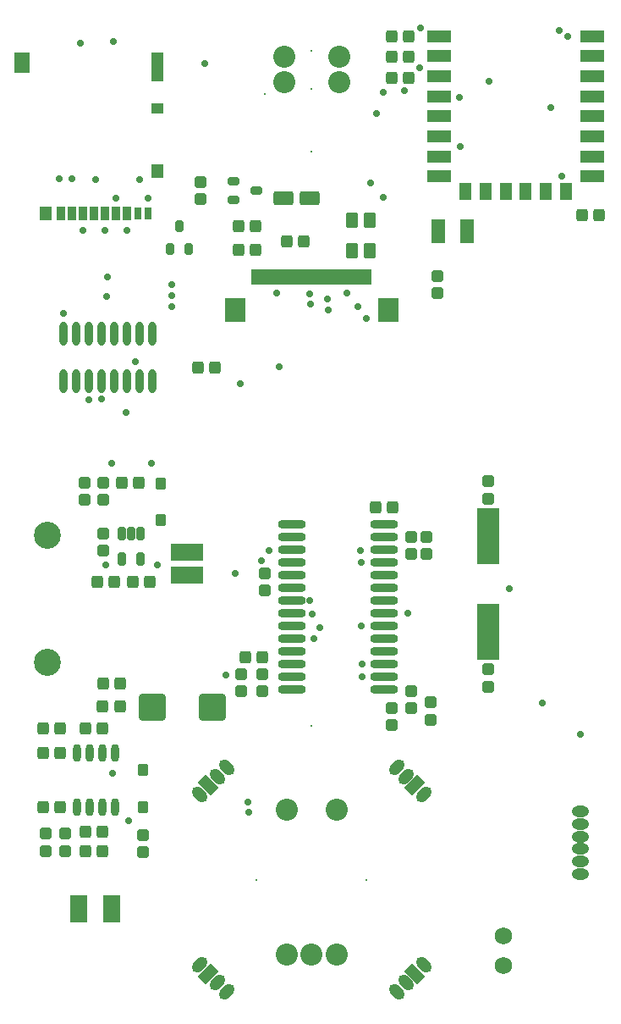
<source format=gts>
G04 Layer_Color=8388736*
%FSLAX44Y44*%
%MOMM*%
G71*
G01*
G75*
G04:AMPARAMS|DCode=54|XSize=1.2032mm|YSize=1.1032mm|CornerRadius=0.2141mm|HoleSize=0mm|Usage=FLASHONLY|Rotation=270.000|XOffset=0mm|YOffset=0mm|HoleType=Round|Shape=RoundedRectangle|*
%AMROUNDEDRECTD54*
21,1,1.2032,0.6750,0,0,270.0*
21,1,0.7750,1.1032,0,0,270.0*
1,1,0.4282,-0.3375,-0.3875*
1,1,0.4282,-0.3375,0.3875*
1,1,0.4282,0.3375,0.3875*
1,1,0.4282,0.3375,-0.3875*
%
%ADD54ROUNDEDRECTD54*%
%ADD55R,0.9032X1.4032*%
%ADD56R,0.8000X1.3000*%
%ADD57R,1.2032X1.4032*%
%ADD58R,1.2032X1.0032*%
%ADD59R,1.2032X3.0032*%
%ADD60R,1.5032X2.1032*%
%ADD61R,1.3462X2.4892*%
%ADD62R,0.5032X1.5032*%
%ADD63R,2.0032X2.4032*%
%ADD64R,3.2532X1.7232*%
G04:AMPARAMS|DCode=65|XSize=2.6532mm|YSize=2.7532mm|CornerRadius=0.3466mm|HoleSize=0mm|Usage=FLASHONLY|Rotation=90.000|XOffset=0mm|YOffset=0mm|HoleType=Round|Shape=RoundedRectangle|*
%AMROUNDEDRECTD65*
21,1,2.6532,2.0600,0,0,90.0*
21,1,1.9600,2.7532,0,0,90.0*
1,1,0.6932,1.0300,0.9800*
1,1,0.6932,1.0300,-0.9800*
1,1,0.6932,-1.0300,-0.9800*
1,1,0.6932,-1.0300,0.9800*
%
%ADD65ROUNDEDRECTD65*%
G04:AMPARAMS|DCode=66|XSize=2.0032mm|YSize=1.4032mm|CornerRadius=0.2516mm|HoleSize=0mm|Usage=FLASHONLY|Rotation=180.000|XOffset=0mm|YOffset=0mm|HoleType=Round|Shape=RoundedRectangle|*
%AMROUNDEDRECTD66*
21,1,2.0032,0.9000,0,0,180.0*
21,1,1.5000,1.4032,0,0,180.0*
1,1,0.5032,-0.7500,0.4500*
1,1,0.5032,0.7500,0.4500*
1,1,0.5032,0.7500,-0.4500*
1,1,0.5032,-0.7500,-0.4500*
%
%ADD66ROUNDEDRECTD66*%
%ADD67R,1.7532X2.8032*%
G04:AMPARAMS|DCode=68|XSize=1.6032mm|YSize=1.2032mm|CornerRadius=0.2266mm|HoleSize=0mm|Usage=FLASHONLY|Rotation=270.000|XOffset=0mm|YOffset=0mm|HoleType=Round|Shape=RoundedRectangle|*
%AMROUNDEDRECTD68*
21,1,1.6032,0.7500,0,0,270.0*
21,1,1.1500,1.2032,0,0,270.0*
1,1,0.4532,-0.3750,-0.5750*
1,1,0.4532,-0.3750,0.5750*
1,1,0.4532,0.3750,0.5750*
1,1,0.4532,0.3750,-0.5750*
%
%ADD68ROUNDEDRECTD68*%
G04:AMPARAMS|DCode=69|XSize=1.2032mm|YSize=1.1032mm|CornerRadius=0.2141mm|HoleSize=0mm|Usage=FLASHONLY|Rotation=0.000|XOffset=0mm|YOffset=0mm|HoleType=Round|Shape=RoundedRectangle|*
%AMROUNDEDRECTD69*
21,1,1.2032,0.6750,0,0,0.0*
21,1,0.7750,1.1032,0,0,0.0*
1,1,0.4282,0.3875,-0.3375*
1,1,0.4282,-0.3875,-0.3375*
1,1,0.4282,-0.3875,0.3375*
1,1,0.4282,0.3875,0.3375*
%
%ADD69ROUNDEDRECTD69*%
%ADD70R,1.2032X1.7032*%
%ADD71R,2.4532X1.2032*%
G04:AMPARAMS|DCode=72|XSize=0.8032mm|YSize=1.3032mm|CornerRadius=0.1766mm|HoleSize=0mm|Usage=FLASHONLY|Rotation=180.000|XOffset=0mm|YOffset=0mm|HoleType=Round|Shape=RoundedRectangle|*
%AMROUNDEDRECTD72*
21,1,0.8032,0.9500,0,0,180.0*
21,1,0.4500,1.3032,0,0,180.0*
1,1,0.3532,-0.2250,0.4750*
1,1,0.3532,0.2250,0.4750*
1,1,0.3532,0.2250,-0.4750*
1,1,0.3532,-0.2250,-0.4750*
%
%ADD72ROUNDEDRECTD72*%
G04:AMPARAMS|DCode=73|XSize=0.8032mm|YSize=1.2032mm|CornerRadius=0.1766mm|HoleSize=0mm|Usage=FLASHONLY|Rotation=270.000|XOffset=0mm|YOffset=0mm|HoleType=Round|Shape=RoundedRectangle|*
%AMROUNDEDRECTD73*
21,1,0.8032,0.8500,0,0,270.0*
21,1,0.4500,1.2032,0,0,270.0*
1,1,0.3532,-0.4250,-0.2250*
1,1,0.3532,-0.4250,0.2250*
1,1,0.3532,0.4250,0.2250*
1,1,0.3532,0.4250,-0.2250*
%
%ADD73ROUNDEDRECTD73*%
G04:AMPARAMS|DCode=74|XSize=0.8032mm|YSize=1.2032mm|CornerRadius=0.1766mm|HoleSize=0mm|Usage=FLASHONLY|Rotation=0.000|XOffset=0mm|YOffset=0mm|HoleType=Round|Shape=RoundedRectangle|*
%AMROUNDEDRECTD74*
21,1,0.8032,0.8500,0,0,0.0*
21,1,0.4500,1.2032,0,0,0.0*
1,1,0.3532,0.2250,-0.4250*
1,1,0.3532,-0.2250,-0.4250*
1,1,0.3532,-0.2250,0.4250*
1,1,0.3532,0.2250,0.4250*
%
%ADD74ROUNDEDRECTD74*%
%ADD75O,2.8032X0.9032*%
%ADD76O,0.8032X2.4032*%
%ADD77O,0.8032X1.8032*%
G04:AMPARAMS|DCode=78|XSize=1.0032mm|YSize=1.2032mm|CornerRadius=0.2016mm|HoleSize=0mm|Usage=FLASHONLY|Rotation=180.000|XOffset=0mm|YOffset=0mm|HoleType=Round|Shape=RoundedRectangle|*
%AMROUNDEDRECTD78*
21,1,1.0032,0.8000,0,0,180.0*
21,1,0.6000,1.2032,0,0,180.0*
1,1,0.4032,-0.3000,0.4000*
1,1,0.4032,0.3000,0.4000*
1,1,0.4032,0.3000,-0.4000*
1,1,0.4032,-0.3000,-0.4000*
%
%ADD78ROUNDEDRECTD78*%
%ADD79R,2.2032X5.7032*%
%ADD80O,1.7032X1.1032*%
%ADD81C,2.2032*%
%ADD82R,0.2032X0.2032*%
%ADD83C,0.2032*%
%ADD84C,1.7272*%
G04:AMPARAMS|DCode=85|XSize=1.1mm|YSize=1.8mm|CornerRadius=0mm|HoleSize=0mm|Usage=FLASHONLY|Rotation=225.000|XOffset=0mm|YOffset=0mm|HoleType=Round|Shape=Round|*
%AMOVALD85*
21,1,0.7000,1.1000,0.0000,0.0000,315.0*
1,1,1.1000,-0.2475,0.2475*
1,1,1.1000,0.2475,-0.2475*
%
%ADD85OVALD85*%

G04:AMPARAMS|DCode=86|XSize=1.1mm|YSize=1.8mm|CornerRadius=0mm|HoleSize=0mm|Usage=FLASHONLY|Rotation=225.000|XOffset=0mm|YOffset=0mm|HoleType=Round|Shape=Rectangle|*
%AMROTATEDRECTD86*
4,1,4,-0.2475,1.0253,1.0253,-0.2475,0.2475,-1.0253,-1.0253,0.2475,-0.2475,1.0253,0.0*
%
%ADD86ROTATEDRECTD86*%

G04:AMPARAMS|DCode=87|XSize=1.1mm|YSize=1.8mm|CornerRadius=0mm|HoleSize=0mm|Usage=FLASHONLY|Rotation=135.000|XOffset=0mm|YOffset=0mm|HoleType=Round|Shape=Round|*
%AMOVALD87*
21,1,0.7000,1.1000,0.0000,0.0000,225.0*
1,1,1.1000,0.2475,0.2475*
1,1,1.1000,-0.2475,-0.2475*
%
%ADD87OVALD87*%

G04:AMPARAMS|DCode=88|XSize=1.1mm|YSize=1.8mm|CornerRadius=0mm|HoleSize=0mm|Usage=FLASHONLY|Rotation=135.000|XOffset=0mm|YOffset=0mm|HoleType=Round|Shape=Rectangle|*
%AMROTATEDRECTD88*
4,1,4,1.0253,0.2475,-0.2475,-1.0253,-1.0253,-0.2475,0.2475,1.0253,1.0253,0.2475,0.0*
%
%ADD88ROTATEDRECTD88*%

%ADD89C,2.7032*%
%ADD90C,0.7032*%
D54*
X203500Y646000D02*
D03*
X186500D02*
D03*
X251000Y356500D02*
D03*
X234000D02*
D03*
X397500Y935500D02*
D03*
X380500D02*
D03*
X380500Y977000D02*
D03*
X397500D02*
D03*
X397500Y956250D02*
D03*
X380500D02*
D03*
X292000Y772250D02*
D03*
X275000D02*
D03*
X364000Y506500D02*
D03*
X381000D02*
D03*
X102750Y431750D02*
D03*
X85750D02*
D03*
X31000Y206250D02*
D03*
X48000D02*
D03*
X48000Y285250D02*
D03*
X31000D02*
D03*
X91000Y285250D02*
D03*
X74000D02*
D03*
X571000Y798500D02*
D03*
X588000D02*
D03*
X244250Y763750D02*
D03*
X227250D02*
D03*
X227250Y787500D02*
D03*
X244250D02*
D03*
X127250Y530500D02*
D03*
X110250D02*
D03*
X138000Y431500D02*
D03*
X121000D02*
D03*
X73830Y162370D02*
D03*
X90830D02*
D03*
X73830Y181420D02*
D03*
X90830D02*
D03*
X48000Y260250D02*
D03*
X31000D02*
D03*
X91250Y329750D02*
D03*
X108250D02*
D03*
X91000Y307500D02*
D03*
X108000D02*
D03*
D55*
X49500Y799500D02*
D03*
X60500D02*
D03*
X71500D02*
D03*
X82500D02*
D03*
X93500D02*
D03*
X104500D02*
D03*
X115500D02*
D03*
D56*
X126500D02*
D03*
X136000D02*
D03*
D57*
X34000D02*
D03*
X145500Y842500D02*
D03*
D58*
Y904500D02*
D03*
D59*
Y946000D02*
D03*
D60*
X10500Y950500D02*
D03*
D61*
X426395Y782000D02*
D03*
X455605D02*
D03*
D62*
X357500Y736000D02*
D03*
X352500D02*
D03*
X347500D02*
D03*
X342500D02*
D03*
X337500D02*
D03*
X332500D02*
D03*
X327500D02*
D03*
X322500D02*
D03*
X317500D02*
D03*
X312500D02*
D03*
X307500D02*
D03*
X302500D02*
D03*
X297500D02*
D03*
X292500D02*
D03*
X287500D02*
D03*
X282500D02*
D03*
X277500D02*
D03*
X272500D02*
D03*
X267500D02*
D03*
X262500D02*
D03*
X257500D02*
D03*
X252500D02*
D03*
X247500D02*
D03*
X242500D02*
D03*
D63*
X376500Y703500D02*
D03*
X223500D02*
D03*
D64*
X175000Y438550D02*
D03*
Y461450D02*
D03*
D65*
X140250Y306000D02*
D03*
X200750D02*
D03*
D66*
X271750Y815500D02*
D03*
X297750D02*
D03*
D67*
X67100Y104500D02*
D03*
X99900D02*
D03*
D68*
X358500Y792750D02*
D03*
X340500D02*
D03*
Y763000D02*
D03*
X358500D02*
D03*
D69*
X188500Y831250D02*
D03*
Y814250D02*
D03*
X400000Y322500D02*
D03*
Y305500D02*
D03*
X380500D02*
D03*
Y288500D02*
D03*
X91250Y513500D02*
D03*
Y530500D02*
D03*
Y463250D02*
D03*
Y480250D02*
D03*
X34070Y179750D02*
D03*
Y162750D02*
D03*
X53500Y162750D02*
D03*
Y179750D02*
D03*
X425767Y720500D02*
D03*
Y737500D02*
D03*
X253500Y423000D02*
D03*
Y440000D02*
D03*
X229500Y322000D02*
D03*
Y339000D02*
D03*
X250500Y322000D02*
D03*
Y339000D02*
D03*
X415000Y476500D02*
D03*
Y459500D02*
D03*
X399500Y476500D02*
D03*
Y459500D02*
D03*
X477000Y532000D02*
D03*
Y515000D02*
D03*
X477000Y327000D02*
D03*
Y344000D02*
D03*
X419500Y294000D02*
D03*
Y311000D02*
D03*
X73250Y530500D02*
D03*
Y513500D02*
D03*
X131500Y178500D02*
D03*
Y161500D02*
D03*
D70*
X554250Y822000D02*
D03*
X534250D02*
D03*
X514250D02*
D03*
X494250D02*
D03*
X474250D02*
D03*
X454250D02*
D03*
D71*
X428000Y837000D02*
D03*
Y857000D02*
D03*
Y877000D02*
D03*
Y897000D02*
D03*
Y917000D02*
D03*
Y937000D02*
D03*
Y957000D02*
D03*
Y977000D02*
D03*
X580500D02*
D03*
Y957000D02*
D03*
Y937000D02*
D03*
Y917000D02*
D03*
Y897000D02*
D03*
Y877000D02*
D03*
Y857000D02*
D03*
Y837000D02*
D03*
D72*
X109750Y454250D02*
D03*
X128750Y480250D02*
D03*
X119250D02*
D03*
X109750D02*
D03*
X128750Y454250D02*
D03*
D73*
X245000Y823000D02*
D03*
X222000Y813500D02*
D03*
Y832500D02*
D03*
D74*
X167750Y787500D02*
D03*
X177250Y764500D02*
D03*
X158250D02*
D03*
D75*
X280500Y489050D02*
D03*
Y476350D02*
D03*
Y463650D02*
D03*
Y450950D02*
D03*
Y438250D02*
D03*
Y425550D02*
D03*
Y412850D02*
D03*
Y400150D02*
D03*
Y387450D02*
D03*
Y374750D02*
D03*
Y362050D02*
D03*
Y349350D02*
D03*
Y336650D02*
D03*
Y323950D02*
D03*
X372500Y489050D02*
D03*
Y476350D02*
D03*
Y463650D02*
D03*
Y450950D02*
D03*
Y438250D02*
D03*
Y425550D02*
D03*
Y412850D02*
D03*
Y400150D02*
D03*
Y387450D02*
D03*
Y374750D02*
D03*
Y362050D02*
D03*
Y349350D02*
D03*
Y336650D02*
D03*
Y323950D02*
D03*
D76*
X140450Y680000D02*
D03*
X127750D02*
D03*
X115050D02*
D03*
X102350D02*
D03*
X89650D02*
D03*
X76950D02*
D03*
X64250D02*
D03*
X140450Y632000D02*
D03*
X127750D02*
D03*
X115050D02*
D03*
X102350D02*
D03*
X89650D02*
D03*
X76950D02*
D03*
X64250D02*
D03*
X51550Y680000D02*
D03*
Y632000D02*
D03*
D77*
X65510Y206280D02*
D03*
X78210D02*
D03*
X90910D02*
D03*
X103610D02*
D03*
X65510Y260280D02*
D03*
X78210D02*
D03*
X90910D02*
D03*
X103610D02*
D03*
D78*
X148750Y530000D02*
D03*
Y493000D02*
D03*
X131500Y206500D02*
D03*
Y243500D02*
D03*
D79*
X477000Y382000D02*
D03*
Y477000D02*
D03*
D80*
X569000Y139500D02*
D03*
Y152000D02*
D03*
Y164500D02*
D03*
Y177000D02*
D03*
Y189500D02*
D03*
Y202000D02*
D03*
D81*
X275000Y59000D02*
D03*
X300000D02*
D03*
X325000D02*
D03*
Y204000D02*
D03*
X275000D02*
D03*
X272500Y956200D02*
D03*
Y930800D02*
D03*
X327500D02*
D03*
Y956200D02*
D03*
D82*
X355000Y134000D02*
D03*
D83*
X245000D02*
D03*
X300000Y962500D02*
D03*
Y924500D02*
D03*
X253500Y919000D02*
D03*
X300000Y288000D02*
D03*
Y862000D02*
D03*
D84*
X492000Y78000D02*
D03*
Y48000D02*
D03*
D85*
X187769Y219270D02*
D03*
X205730Y237230D02*
D03*
X214710Y246210D02*
D03*
X412211Y48941D02*
D03*
X394250Y30980D02*
D03*
X385270Y22000D02*
D03*
D86*
X196749Y228250D02*
D03*
X403231Y39960D02*
D03*
D87*
X187769Y48941D02*
D03*
X205730Y30980D02*
D03*
X214710Y22000D02*
D03*
X412211Y219269D02*
D03*
X394250Y237230D02*
D03*
X385270Y246210D02*
D03*
D88*
X196749Y39960D02*
D03*
X403231Y228249D02*
D03*
D89*
X35800Y351500D02*
D03*
Y478500D02*
D03*
D90*
X124000Y652000D02*
D03*
X229000Y630000D02*
D03*
X268000Y647000D02*
D03*
X114000Y601000D02*
D03*
X96000Y736000D02*
D03*
X392500Y922500D02*
D03*
X365000Y900000D02*
D03*
X371500Y921000D02*
D03*
X334999Y719999D02*
D03*
X60000Y834500D02*
D03*
X140000Y550000D02*
D03*
X100000D02*
D03*
X350000Y450950D02*
D03*
X349000Y463000D02*
D03*
X550500Y837000D02*
D03*
X298000Y719500D02*
D03*
X477500Y932000D02*
D03*
X355000Y694500D02*
D03*
X346500Y706500D02*
D03*
X160000Y729000D02*
D03*
Y717750D02*
D03*
Y706500D02*
D03*
X93500Y783000D02*
D03*
X115500D02*
D03*
X71500D02*
D03*
X95000Y717000D02*
D03*
X236500Y211500D02*
D03*
X237000Y201000D02*
D03*
X395850Y400150D02*
D03*
X530500Y310500D02*
D03*
X569000Y279000D02*
D03*
X297850Y412850D02*
D03*
X223500Y440000D02*
D03*
X193000Y949500D02*
D03*
X102000Y971500D02*
D03*
X68500Y970000D02*
D03*
X145500Y448500D02*
D03*
X350650Y349350D02*
D03*
X350650Y336650D02*
D03*
X497750Y425000D02*
D03*
X371500Y816250D02*
D03*
X358750Y830500D02*
D03*
X117250Y192750D02*
D03*
X93750Y448500D02*
D03*
X449000Y867000D02*
D03*
X250000Y452500D02*
D03*
X83500Y834000D02*
D03*
X47500Y834250D02*
D03*
X128000Y834000D02*
D03*
X104500Y815000D02*
D03*
X136500Y815500D02*
D03*
X214000Y338500D02*
D03*
X350000Y387500D02*
D03*
X302500Y374500D02*
D03*
X301000Y399500D02*
D03*
X257500Y463000D02*
D03*
X265000Y720000D02*
D03*
X100500Y240499D02*
D03*
X409000Y985500D02*
D03*
X408500Y945500D02*
D03*
X539000Y906000D02*
D03*
X448000Y916000D02*
D03*
X548000Y982500D02*
D03*
X556000Y977000D02*
D03*
X316000Y714000D02*
D03*
X316500Y703000D02*
D03*
X52000Y700000D02*
D03*
X299000Y709500D02*
D03*
X308000Y385500D02*
D03*
X89650Y614150D02*
D03*
X76750Y614000D02*
D03*
M02*

</source>
